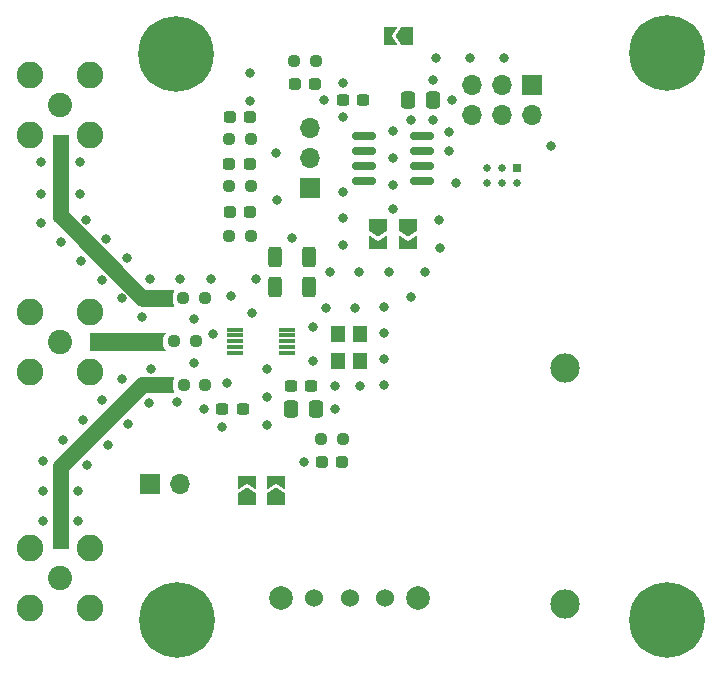
<source format=gts>
G04 #@! TF.GenerationSoftware,KiCad,Pcbnew,7.0.10*
G04 #@! TF.CreationDate,2024-07-16T21:42:12-04:00*
G04 #@! TF.ProjectId,button_transmitter,62757474-6f6e-45f7-9472-616e736d6974,1.0*
G04 #@! TF.SameCoordinates,PX42d7d10PY7f6ba10*
G04 #@! TF.FileFunction,Soldermask,Top*
G04 #@! TF.FilePolarity,Negative*
%FSLAX46Y46*%
G04 Gerber Fmt 4.6, Leading zero omitted, Abs format (unit mm)*
G04 Created by KiCad (PCBNEW 7.0.10) date 2024-07-16 21:42:12*
%MOMM*%
%LPD*%
G01*
G04 APERTURE LIST*
G04 Aperture macros list*
%AMRoundRect*
0 Rectangle with rounded corners*
0 $1 Rounding radius*
0 $2 $3 $4 $5 $6 $7 $8 $9 X,Y pos of 4 corners*
0 Add a 4 corners polygon primitive as box body*
4,1,4,$2,$3,$4,$5,$6,$7,$8,$9,$2,$3,0*
0 Add four circle primitives for the rounded corners*
1,1,$1+$1,$2,$3*
1,1,$1+$1,$4,$5*
1,1,$1+$1,$6,$7*
1,1,$1+$1,$8,$9*
0 Add four rect primitives between the rounded corners*
20,1,$1+$1,$2,$3,$4,$5,0*
20,1,$1+$1,$4,$5,$6,$7,0*
20,1,$1+$1,$6,$7,$8,$9,0*
20,1,$1+$1,$8,$9,$2,$3,0*%
%AMFreePoly0*
4,1,6,1.000000,0.000000,0.500000,-0.750000,-0.500000,-0.750000,-0.500000,0.750000,0.500000,0.750000,1.000000,0.000000,1.000000,0.000000,$1*%
%AMFreePoly1*
4,1,6,0.500000,-0.750000,-0.650000,-0.750000,-0.150000,0.000000,-0.650000,0.750000,0.500000,0.750000,0.500000,-0.750000,0.500000,-0.750000,$1*%
G04 Aperture macros list end*
%ADD10C,0.000100*%
%ADD11R,1.700000X1.700000*%
%ADD12O,1.700000X1.700000*%
%ADD13FreePoly0,90.000000*%
%ADD14FreePoly1,90.000000*%
%ADD15C,1.524000*%
%ADD16C,2.000000*%
%ADD17R,0.635000X0.635000*%
%ADD18C,0.635000*%
%ADD19FreePoly0,270.000000*%
%ADD20FreePoly1,270.000000*%
%ADD21C,6.400000*%
%ADD22C,2.050000*%
%ADD23C,2.250000*%
%ADD24RoundRect,0.237500X0.287500X0.237500X-0.287500X0.237500X-0.287500X-0.237500X0.287500X-0.237500X0*%
%ADD25RoundRect,0.237500X0.250000X0.237500X-0.250000X0.237500X-0.250000X-0.237500X0.250000X-0.237500X0*%
%ADD26RoundRect,0.237500X-0.300000X-0.237500X0.300000X-0.237500X0.300000X0.237500X-0.300000X0.237500X0*%
%ADD27RoundRect,0.150000X-0.825000X-0.150000X0.825000X-0.150000X0.825000X0.150000X-0.825000X0.150000X0*%
%ADD28RoundRect,0.250000X-0.337500X-0.475000X0.337500X-0.475000X0.337500X0.475000X-0.337500X0.475000X0*%
%ADD29RoundRect,0.237500X-0.250000X-0.237500X0.250000X-0.237500X0.250000X0.237500X-0.250000X0.237500X0*%
%ADD30FreePoly0,180.000000*%
%ADD31FreePoly1,180.000000*%
%ADD32RoundRect,0.237500X0.300000X0.237500X-0.300000X0.237500X-0.300000X-0.237500X0.300000X-0.237500X0*%
%ADD33RoundRect,0.237500X-0.287500X-0.237500X0.287500X-0.237500X0.287500X0.237500X-0.287500X0.237500X0*%
%ADD34RoundRect,0.250000X0.312500X0.625000X-0.312500X0.625000X-0.312500X-0.625000X0.312500X-0.625000X0*%
%ADD35R,1.400000X0.300000*%
%ADD36C,2.484000*%
%ADD37R,1.200000X1.400000*%
%ADD38C,0.800000*%
G04 APERTURE END LIST*
D10*
X4903046Y38443459D02*
X4935978Y38380752D01*
X11389206Y31908154D01*
X11431445Y31870192D01*
X11498547Y31850276D01*
X13795228Y31850356D01*
X13734010Y31750986D01*
X13679549Y31586767D01*
X13668797Y31483760D01*
X13669465Y30913551D01*
X13680000Y30811896D01*
X13733924Y30647980D01*
X13795010Y30550001D01*
X11330041Y30549546D01*
X11318843Y30549042D01*
X11167491Y30534010D01*
X11000565Y30560000D01*
X10850565Y30630000D01*
X10760565Y30700000D01*
X3773497Y37698496D01*
X3733572Y37745187D01*
X3674700Y37830451D01*
X3649662Y37887970D01*
X3610414Y37986090D01*
X3601617Y38046993D01*
X3600264Y38233760D01*
X3600565Y44960000D01*
X4900565Y44960000D01*
X4903046Y38443459D01*
G36*
X4903046Y38443459D02*
G01*
X4935978Y38380752D01*
X11389206Y31908154D01*
X11431445Y31870192D01*
X11498547Y31850276D01*
X13795228Y31850356D01*
X13734010Y31750986D01*
X13679549Y31586767D01*
X13668797Y31483760D01*
X13669465Y30913551D01*
X13680000Y30811896D01*
X13733924Y30647980D01*
X13795010Y30550001D01*
X11330041Y30549546D01*
X11318843Y30549042D01*
X11167491Y30534010D01*
X11000565Y30560000D01*
X10850565Y30630000D01*
X10760565Y30700000D01*
X3773497Y37698496D01*
X3733572Y37745187D01*
X3674700Y37830451D01*
X3649662Y37887970D01*
X3610414Y37986090D01*
X3601617Y38046993D01*
X3600264Y38233760D01*
X3600565Y44960000D01*
X4900565Y44960000D01*
X4903046Y38443459D01*
G37*
X13805099Y24519911D02*
X13785485Y24488684D01*
X13771821Y24466644D01*
X13744018Y24421324D01*
X13689802Y24257861D01*
X13679386Y24156594D01*
X13679357Y23583609D01*
X13689891Y23482030D01*
X13744010Y23318377D01*
X13804545Y23220301D01*
X11528307Y23219561D01*
X11502033Y23216832D01*
X11440150Y23182256D01*
X4920451Y16659850D01*
X4900000Y16594587D01*
X4900000Y10020000D01*
X3600000Y10020000D01*
X3599548Y16880752D01*
X3595037Y16931279D01*
X3600451Y16995339D01*
X3619398Y17096843D01*
X3640150Y17153234D01*
X3684812Y17243460D01*
X3719549Y17294889D01*
X3738496Y17318347D01*
X10759248Y24347444D01*
X10807068Y24389399D01*
X10891429Y24443534D01*
X10947369Y24472406D01*
X11044362Y24506241D01*
X11107068Y24517970D01*
X11169775Y24521128D01*
X11291129Y24521128D01*
X13805099Y24519911D01*
G36*
X13805099Y24519911D02*
G01*
X13785485Y24488684D01*
X13771821Y24466644D01*
X13744018Y24421324D01*
X13689802Y24257861D01*
X13679386Y24156594D01*
X13679357Y23583609D01*
X13689891Y23482030D01*
X13744010Y23318377D01*
X13804545Y23220301D01*
X11528307Y23219561D01*
X11502033Y23216832D01*
X11440150Y23182256D01*
X4920451Y16659850D01*
X4900000Y16594587D01*
X4900000Y10020000D01*
X3600000Y10020000D01*
X3599548Y16880752D01*
X3595037Y16931279D01*
X3600451Y16995339D01*
X3619398Y17096843D01*
X3640150Y17153234D01*
X3684812Y17243460D01*
X3719549Y17294889D01*
X3738496Y17318347D01*
X10759248Y24347444D01*
X10807068Y24389399D01*
X10891429Y24443534D01*
X10947369Y24472406D01*
X11044362Y24506241D01*
X11107068Y24517970D01*
X11169775Y24521128D01*
X11291129Y24521128D01*
X13805099Y24519911D01*
G37*
X12940405Y28032729D02*
X12886119Y27869981D01*
X12876495Y27773030D01*
X12875980Y27196408D01*
X12886208Y27095595D01*
X12916495Y27003030D01*
X12941031Y26931150D01*
X13100000Y26800000D01*
X6750000Y26810000D01*
X6750785Y28200000D01*
X13080000Y28200000D01*
X12940405Y28032729D01*
G36*
X12940405Y28032729D02*
G01*
X12886119Y27869981D01*
X12876495Y27773030D01*
X12875980Y27196408D01*
X12886208Y27095595D01*
X12916495Y27003030D01*
X12941031Y26931150D01*
X13100000Y26800000D01*
X6750000Y26810000D01*
X6750785Y28200000D01*
X13080000Y28200000D01*
X12940405Y28032729D01*
G37*
D11*
X44165000Y49260001D03*
D12*
X44165000Y46720001D03*
X41625000Y49260001D03*
X41625000Y46720001D03*
X39085000Y49260001D03*
X39085000Y46720001D03*
D13*
X22490000Y14145000D03*
D14*
X22490000Y15595000D03*
D15*
X31740000Y5830000D03*
X28740000Y5830000D03*
X25740000Y5830000D03*
D16*
X34540000Y5830000D03*
X22940000Y5830000D03*
D17*
X42870000Y42190000D03*
D18*
X42870000Y40919999D03*
X41599999Y42190000D03*
X41600002Y40920000D03*
X40329999Y42189999D03*
X40329999Y40920000D03*
D11*
X25339998Y40479997D03*
D12*
X25339998Y43019997D03*
X25339998Y45559997D03*
D11*
X11805000Y15450000D03*
D12*
X14345000Y15450000D03*
D19*
X31100000Y37335000D03*
D20*
X31100000Y35885000D03*
D21*
X14080000Y3940000D03*
D22*
X4250000Y47500000D03*
D23*
X1710000Y50040000D03*
X1710000Y44960000D03*
X6790000Y50040000D03*
X6790000Y44960000D03*
D24*
X25825000Y49340000D03*
X24075000Y49340000D03*
D25*
X15682500Y27550000D03*
X13857500Y27550000D03*
X20347498Y40672504D03*
X18522498Y40672504D03*
D19*
X33640000Y37335000D03*
D20*
X33640000Y35885000D03*
D13*
X20000000Y14145000D03*
D14*
X20000000Y15595000D03*
D24*
X20312496Y38499999D03*
X18562496Y38499999D03*
D26*
X23755000Y23780000D03*
X25480000Y23780000D03*
D27*
X29905000Y44925000D03*
X29905000Y43655000D03*
X29905000Y42385000D03*
X29905000Y41115000D03*
X34855000Y41115000D03*
X34855000Y42385000D03*
X34855000Y43655000D03*
X34855000Y44925000D03*
D28*
X23800000Y21810000D03*
X25875000Y21810000D03*
D29*
X26320000Y19290000D03*
X28145000Y19290000D03*
D21*
X14060000Y51880000D03*
D25*
X16482500Y31200000D03*
X14657500Y31200000D03*
D30*
X33565000Y53360000D03*
D31*
X32115000Y53360000D03*
D25*
X20347494Y44639999D03*
X18522494Y44639999D03*
D32*
X29902496Y47985002D03*
X28177496Y47985002D03*
D21*
X55600000Y51900000D03*
D24*
X20287498Y42512504D03*
X18537498Y42512504D03*
D33*
X26362500Y17270000D03*
X28112500Y17270000D03*
D25*
X20354993Y36479999D03*
X18529993Y36479999D03*
D22*
X4250000Y27500000D03*
D23*
X1710000Y30040000D03*
X1710000Y24960000D03*
X6790000Y30040000D03*
X6790000Y24960000D03*
D34*
X25312500Y32150000D03*
X22387500Y32150000D03*
X25312500Y34630000D03*
X22387500Y34630000D03*
D35*
X23460000Y26520000D03*
X23460000Y27020000D03*
X23460000Y27520000D03*
X23460000Y28020000D03*
X23460000Y28520000D03*
X19060000Y28520000D03*
X19060000Y28020000D03*
X19060000Y27520000D03*
X19060000Y27020000D03*
X19060000Y26520000D03*
D36*
X46939999Y25280044D03*
X46939999Y5280044D03*
D22*
X4250000Y7500000D03*
D23*
X1710000Y10040000D03*
X1710000Y4960000D03*
X6790000Y10040000D03*
X6790000Y4960000D03*
D25*
X25862500Y51240000D03*
X24037500Y51240000D03*
D32*
X19690000Y21810000D03*
X17965000Y21810000D03*
D28*
X33702497Y47985001D03*
X35777497Y47985001D03*
D24*
X20310000Y46480000D03*
X18560000Y46480000D03*
D21*
X55620000Y3920000D03*
D25*
X16492500Y23870000D03*
X14667500Y23870000D03*
D37*
X27745000Y28170000D03*
X27745000Y25870000D03*
X29595000Y25870000D03*
X29595000Y28170000D03*
D38*
X35130000Y33390000D03*
X2580000Y40015000D03*
X28160000Y38000000D03*
X27745000Y25870000D03*
X29595000Y28160000D03*
X16420000Y21800000D03*
X32040000Y33390000D03*
X20314998Y50279998D03*
X18310000Y24020000D03*
X32380000Y40760000D03*
X36040000Y51500000D03*
X6115000Y20860000D03*
X31640000Y28213334D03*
X2750000Y14850000D03*
X21720000Y22776668D03*
X38930000Y51500000D03*
X32370000Y45300000D03*
X21710000Y25153334D03*
X31620000Y30410000D03*
X28180000Y49410000D03*
X18710000Y31385000D03*
X37360000Y47970000D03*
X20330000Y47900000D03*
X31640000Y26016668D03*
X8245706Y18788382D03*
X2740000Y12300000D03*
X11830000Y32840000D03*
X33950000Y46280000D03*
X6013334Y34346666D03*
X9853334Y34616666D03*
X11930000Y25190000D03*
X5930000Y42670000D03*
X32370000Y38710000D03*
X20430000Y29930000D03*
X29535000Y33390000D03*
X33920000Y31320000D03*
X7797500Y22590000D03*
X23830000Y36300000D03*
X27520000Y23780000D03*
X25610000Y25840000D03*
X9446666Y31153332D03*
X21740000Y20400000D03*
X36340000Y35460000D03*
X6500000Y17030000D03*
X37720000Y40920000D03*
X20790000Y32800000D03*
X28160000Y40150000D03*
X29190000Y30380000D03*
X6410000Y37810000D03*
X4296666Y35943332D03*
X14410000Y32830000D03*
X14080000Y22390000D03*
X22580000Y39490000D03*
X32380000Y43020000D03*
X26560000Y47980000D03*
X37150000Y45240000D03*
X15580000Y29375001D03*
X7730000Y32750000D03*
X9991412Y20546764D03*
X5750000Y14850000D03*
X2580000Y42670000D03*
X31600000Y23820000D03*
X16990000Y32840000D03*
X35780000Y49670000D03*
X11163334Y29556666D03*
X15580000Y25705002D03*
X45810000Y44040000D03*
X35770000Y46280000D03*
X36320000Y37790000D03*
X28180000Y46500000D03*
X27470000Y21810000D03*
X22480000Y43490000D03*
X17200000Y28160000D03*
X26760000Y30380000D03*
X5740000Y12300000D03*
X5930000Y40015000D03*
X41820000Y51500000D03*
X11737118Y22305146D03*
X2750000Y17400000D03*
X9480000Y24320000D03*
X4432500Y19130000D03*
X17960000Y20290000D03*
X25610000Y28720000D03*
X2580000Y37540000D03*
X24842500Y17270000D03*
X28180000Y35670000D03*
X27030000Y33390000D03*
X29647500Y23780000D03*
X8136666Y36213332D03*
X37110000Y43670000D03*
M02*

</source>
